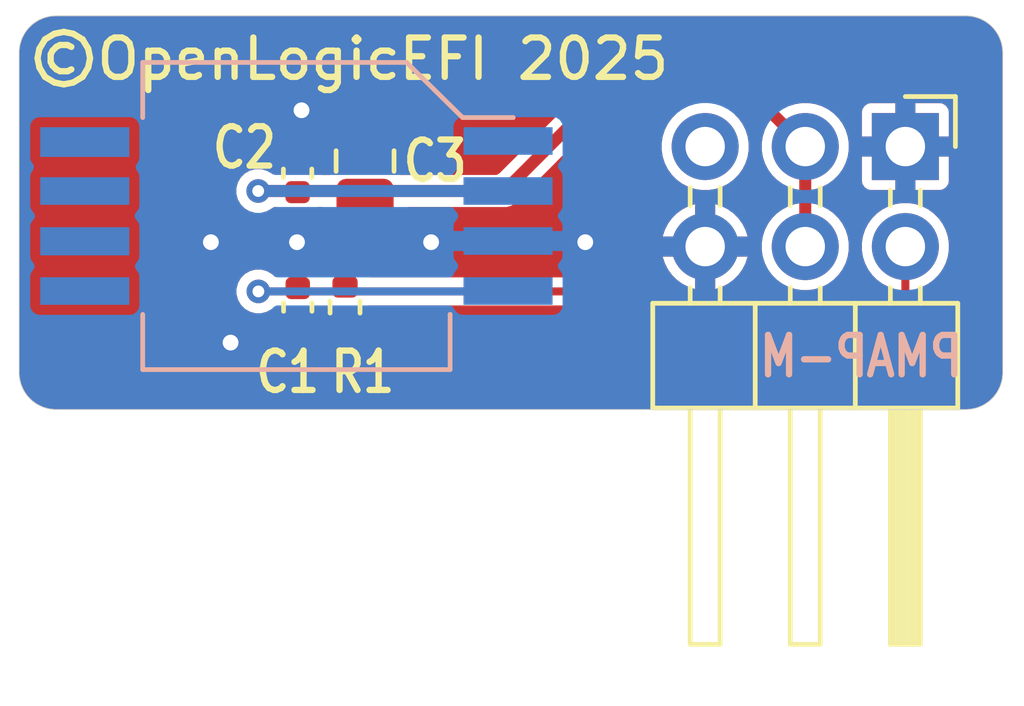
<source format=kicad_pcb>
(kicad_pcb (version 20241229) (generator "pcbnew") (generator_version "9.0")
  (layers (0 "F.Cu" mixed "Front") (2 "B.Cu" mixed "Back") (13 "F.Paste" user) (15 "B.Paste" user) (5 "F.SilkS" user "F.Silkscreen") (7 "B.SilkS" user "B.Silkscreen") (1 "F.Mask" user) (3 "B.Mask" user) (25 "Edge.Cuts" user))
  (net 0 "")
  (net 1 "MapOut")
  (net 2 "GND")
  (net 9 "+5V")
  (footprint "Capacitor_SMD:C_0402_1005Metric" (layer "F.Cu") (at 145.104 107.7468 -90)
    (property "Reference" "C1" (at 1.651 0.254 0) (layer "F.SilkS") (effects (font (size 1 0.8) (thickness 0.16))))
    (property "Value" "47pF")
    (fp_line (start -0.107836 0.36) (end 0.107836 0.36) (stroke (width 0.12)) (layer "F.SilkS"))
    (fp_line (start -0.107836 -0.36) (end 0.107836 -0.36) (stroke (width 0.12)) (layer "F.SilkS"))
    (pad "1" smd roundrect (at -0.48 0 270) (size 0.56 0.62) (layers "F.Cu" "F.Mask" "F.Paste") (net 1 "MapOut"))
    (pad "2" smd roundrect (at 0.48 0 270) (size 0.56 0.62) (layers "F.Cu" "F.Mask" "F.Paste") (net 2 "GND"))
  )
  (footprint "Connector_PinHeader_2.54mm:PinHeader_2x03_P2.54mm_Horizontal" (layer "F.Cu") (at 160.522076 103.6716 -90)
    (property "Reference" "J1" (hide yes))
    (property "Value" "Conn_02x03_Odd_Even")
    (fp_line (start 3.98 6.41) (end 6.64 6.41) (stroke (width 0.12)) (layer "F.SilkS"))
    (fp_line (start 6.64 6.41) (end 6.64 -1.33) (stroke (width 0.12)) (layer "F.SilkS"))
    (fp_line (start 1.042929 5.46) (end 1.497071 5.46) (stroke (width 0.12)) (layer "F.SilkS"))
    (fp_line (start 3.582929 5.46) (end 3.98 5.46) (stroke (width 0.12)) (layer "F.SilkS"))
    (fp_line (start 12.64 5.46) (end 6.64 5.46) (stroke (width 0.12)) (layer "F.SilkS"))
    (fp_line (start 1.042929 4.7) (end 1.497071 4.7) (stroke (width 0.12)) (layer "F.SilkS"))
    (fp_line (start 3.582929 4.7) (end 3.98 4.7) (stroke (width 0.12)) (layer "F.SilkS"))
    (fp_line (start 6.64 4.7) (end 12.64 4.7) (stroke (width 0.12)) (layer "F.SilkS"))
    (fp_line (start 12.64 4.7) (end 12.64 5.46) (stroke (width 0.12)) (layer "F.SilkS"))
    (fp_line (start 3.98 3.81) (end 6.64 3.81) (stroke (width 0.12)) (layer "F.SilkS"))
    (fp_line (start 1.042929 2.92) (end 1.497071 2.92) (stroke (width 0.12)) (layer "F.SilkS"))
    (fp_line (start 3.582929 2.92) (end 3.98 2.92) (stroke (width 0.12)) (layer "F.SilkS"))
    (fp_line (start 12.64 2.92) (end 6.64 2.92) (stroke (width 0.12)) (layer "F.SilkS"))
    (fp_line (start 1.042929 2.16) (end 1.497071 2.16) (stroke (width 0.12)) (layer "F.SilkS"))
    (fp_line (start 3.582929 2.16) (end 3.98 2.16) (stroke (width 0.12)) (layer "F.SilkS"))
    (fp_line (start 6.64 2.16) (end 12.64 2.16) (stroke (width 0.12)) (layer "F.SilkS"))
    (fp_line (start 12.64 2.16) (end 12.64 2.92) (stroke (width 0.12)) (layer "F.SilkS"))
    (fp_line (start 3.98 1.27) (end 6.64 1.27) (stroke (width 0.12)) (layer "F.SilkS"))
    (fp_line (start 1.11 0.38) (end 1.497071 0.38) (stroke (width 0.12)) (layer "F.SilkS"))
    (fp_line (start 3.582929 0.38) (end 3.98 0.38) (stroke (width 0.12)) (layer "F.SilkS"))
    (fp_line (start 12.64 0.38) (end 6.64 0.38) (stroke (width 0.12)) (layer "F.SilkS"))
    (fp_line (start 6.64 0.28) (end 12.64 0.28) (stroke (width 0.12)) (layer "F.SilkS"))
    (fp_line (start 6.64 0.16) (end 12.64 0.16) (stroke (width 0.12)) (layer "F.SilkS"))
    (fp_line (start 6.64 0.04) (end 12.64 0.04) (stroke (width 0.12)) (layer "F.SilkS"))
    (fp_line (start -1.27 0) (end -1.27 -1.27) (stroke (width 0.12)) (layer "F.SilkS"))
    (fp_line (start 6.64 -0.08) (end 12.64 -0.08) (stroke (width 0.12)) (layer "F.SilkS"))
    (fp_line (start 6.64 -0.2) (end 12.64 -0.2) (stroke (width 0.12)) (layer "F.SilkS"))
    (fp_line (start 6.64 -0.32) (end 12.64 -0.32) (stroke (width 0.12)) (layer "F.SilkS"))
    (fp_line (start 1.11 -0.38) (end 1.497071 -0.38) (stroke (width 0.12)) (layer "F.SilkS"))
    (fp_line (start 3.582929 -0.38) (end 3.98 -0.38) (stroke (width 0.12)) (layer "F.SilkS"))
    (fp_line (start 6.64 -0.38) (end 12.64 -0.38) (stroke (width 0.12)) (layer "F.SilkS"))
    (fp_line (start 12.64 -0.38) (end 12.64 0.38) (stroke (width 0.12)) (layer "F.SilkS"))
    (fp_line (start -1.27 -1.27) (end 0 -1.27) (stroke (width 0.12)) (layer "F.SilkS"))
    (fp_line (start 3.98 -1.33) (end 3.98 6.41) (stroke (width 0.12)) (layer "F.SilkS"))
    (fp_line (start 6.64 -1.33) (end 3.98 -1.33) (stroke (width 0.12)) (layer "F.SilkS"))
    (pad "1" thru_hole rect (at 0 0 270) (size 1.7 1.7) (drill 1) (layers "*.Cu" "*.Mask") (net 2 "GND"))
    (pad "2" thru_hole oval (at 2.54 0 270) (size 1.7 1.7) (drill 1) (layers "*.Cu" "*.Mask") (net 1 "MapOut"))
    (pad "3" thru_hole oval (at 0 2.54 270) (size 1.7 1.7) (drill 1) (layers "*.Cu" "*.Mask") (net 9 "+5V"))
    (pad "4" thru_hole oval (at 2.54 2.54 270) (size 1.7 1.7) (drill 1) (layers "*.Cu" "*.Mask") (net 9 "+5V"))
    (pad "5" thru_hole oval (at 0 5.08 270) (size 1.7 1.7) (drill 1) (layers "*.Cu" "*.Mask"))
    (pad "6" thru_hole oval (at 2.54 5.08 270) (size 1.7 1.7) (drill 1) (layers "*.Cu" "*.Mask") (net 2 "GND"))
  )
  (footprint "Capacitor_SMD:C_0402_1005Metric" (layer "F.Cu") (at 145.1 104.35 90)
    (property "Reference" "C2" (at 0.65 -1.35 180) (layer "F.SilkS") (effects (font (size 1 0.8) (thickness 0.16))))
    (property "Value" "100nF")
    (fp_line (start -0.107836 -0.36) (end 0.107836 -0.36) (stroke (width 0.12)) (layer "F.SilkS"))
    (fp_line (start -0.107836 0.36) (end 0.107836 0.36) (stroke (width 0.12)) (layer "F.SilkS"))
    (pad "1" smd roundrect (at -0.48 0 90) (size 0.56 0.62) (layers "F.Cu" "F.Mask" "F.Paste") (net 9 "+5V"))
    (pad "2" smd roundrect (at 0.48 0 90) (size 0.56 0.62) (layers "F.Cu" "F.Mask" "F.Paste") (net 2 "GND"))
  )
  (footprint "Capacitor_SMD:C_0805_2012Metric" (layer "F.Cu") (at 146.812 104.0384 90)
    (property "Reference" "C3" (at 0 1.778 180) (layer "F.SilkS") (effects (font (size 1 0.8) (thickness 0.16) (bold yes))))
    (property "Value" "1u")
    (fp_line (start -0.261252 -0.735) (end 0.261252 -0.735) (stroke (width 0.12)) (layer "F.SilkS"))
    (fp_line (start -0.261252 0.735) (end 0.261252 0.735) (stroke (width 0.12)) (layer "F.SilkS"))
    (pad "1" smd roundrect (at -0.95 0 90) (size 1 1.45) (layers "F.Cu" "F.Mask" "F.Paste") (net 9 "+5V"))
    (pad "2" smd roundrect (at 0.95 0 90) (size 1 1.45) (layers "F.Cu" "F.Mask" "F.Paste") (net 2 "GND"))
  )
  (footprint "Resistor_SMD:R_0402_1005Metric" (layer "F.Cu") (at 146.304 107.7468 90)
    (property "Reference" "R1" (at -1.651 0.451 0) (layer "F.SilkS") (effects (font (size 1 0.8) (thickness 0.16))))
    (property "Value" "51k")
    (fp_line (start -0.153641 -0.38) (end 0.153641 -0.38) (stroke (width 0.12)) (layer "F.SilkS"))
    (fp_line (start -0.153641 0.38) (end 0.153641 0.38) (stroke (width 0.12)) (layer "F.SilkS"))
    (pad "1" smd roundrect (at -0.509999 0 90) (size 0.54 0.64) (layers "F.Cu" "F.Mask" "F.Paste") (net 2 "GND"))
    (pad "2" smd roundrect (at 0.509999 0 90) (size 0.54 0.64) (layers "F.Cu" "F.Mask" "F.Paste") (net 1 "MapOut"))
  )
  (footprint "Detonation:MPXHxxx_Handsoldering" (layer "B.Cu") (at 145.06995 105.435 180)
    (property "Reference" "IC1" (hide yes))
    (property "Value" "MPXH6400a" (hide yes))
    (fp_line (start 3.9 3.9) (end -2.794 3.9) (stroke (width 0.12)) (layer "B.SilkS"))
    (fp_line (start 3.9 2.5) (end 3.9 3.9) (stroke (width 0.12)) (layer "B.SilkS"))
    (fp_line (start 3.9 -2.5) (end 3.9 -3.9) (stroke (width 0.12)) (layer "B.SilkS"))
    (fp_line (start 3.9 -3.9) (end -3.9 -3.9) (stroke (width 0.12)) (layer "B.SilkS"))
    (fp_line (start -2.794 3.9) (end -4.2164 2.5) (stroke (width 0.12)) (layer "B.SilkS"))
    (fp_line (start -3.9 -2.5) (end -3.9 -2.5) (stroke (width 0.12)) (layer "B.SilkS"))
    (fp_line (start -3.9 -3.9) (end -3.9 -2.5) (stroke (width 0.12)) (layer "B.SilkS"))
    (fp_line (start -4.2164 2.5) (end -5.5 2.5) (stroke (width 0.12)) (layer "B.SilkS"))
    (fp_line (start -5.5 2.5) (end -5.5 2.5) (stroke (width 0.12)) (layer "B.SilkS"))
    (pad "1" smd rect (at -5.36995 1.905 180) (size 2.2601 0.7) (layers "B.Cu" "B.Mask" "B.Paste"))
    (pad "2" smd rect (at -5.36995 0.635 180) (size 2.2601 0.7) (layers "B.Cu" "B.Mask" "B.Paste") (net 9 "+5V"))
    (pad "3" smd rect (at -5.36995 -0.635 180) (size 2.2601 0.7) (layers "B.Cu" "B.Mask" "B.Paste") (net 2 "GND"))
    (pad "4" smd rect (at -5.36995 -1.905 180) (size 2.2601 0.7) (layers "B.Cu" "B.Mask" "B.Paste") (net 1 "MapOut"))
    (pad "5" smd rect (at 5.36995 -1.905 180) (size 2.2601 0.7) (layers "B.Cu" "B.Mask" "B.Paste"))
    (pad "6" smd rect (at 5.36995 -0.6425 180) (size 2.2601 0.715) (layers "B.Cu" "B.Mask" "B.Paste"))
    (pad "7" smd rect (at 5.36995 0.635 180) (size 2.2601 0.7) (layers "B.Cu" "B.Mask" "B.Paste"))
    (pad "8" smd rect (at 5.36995 1.8775 180) (size 2.2601 0.755) (layers "B.Cu" "B.Mask" "B.Paste"))
  )
  (gr_arc (start 138.032676 101.2644) (mid 138.325898 100.607301) (end 138.997876 100.35) (stroke (width 0.02)) (layer "Edge.Cuts"))
  (gr_arc (start 162.080126 100.35) (mid 162.737225 100.643222) (end 162.994526 101.3152) (stroke (width 0.02)) (layer "Edge.Cuts"))
  (gr_line (start 162.029326 110.35) (end 138.947076 110.35) (stroke (width 0.02)) (layer "Edge.Cuts"))
  (gr_line (start 138.032676 109.3848) (end 138.032676 101.2644) (stroke (width 0.02)) (layer "Edge.Cuts"))
  (gr_line (start 162.080126 100.35) (end 138.997876 100.35) (stroke (width 0.02)) (layer "Edge.Cuts"))
  (gr_arc (start 162.994526 109.4356) (mid 162.701304 110.092699) (end 162.029326 110.35) (stroke (width 0.02)) (layer "Edge.Cuts"))
  (gr_line (start 162.994526 109.4356) (end 162.994526 101.3152) (stroke (width 0.02)) (layer "Edge.Cuts"))
  (gr_arc (start 138.947076 110.35) (mid 138.289977 110.056778) (end 138.032676 109.3848) (stroke (width 0.02)) (layer "Edge.Cuts"))
  (gr_text "©OpenLogicEFI 2025" (at 146.4056 101.4476 0) (layer "F.SilkS") (effects (font (size 1 1) (thickness 0.16))))
  (gr_text "PMAP-M" (at 159.4 109 0) (layer "B.SilkS") (effects (font (size 1 0.8) (thickness 0.16)) (justify mirror)))
  (segment (start 160.187076 108.11) (end 160.522076 107.775) (width 0.2032) (layer "F.Cu") (net 1))
  (segment (start 144.105 107.35) (end 152.817076 107.35) (width 0.2032) (layer "F.Cu") (net 1))
  (segment (start 153.577076 108.11) (end 160.187076 108.11) (width 0.2032) (layer "F.Cu") (net 1))
  (segment (start 160.522076 107.775) (end 160.522076 106.2116) (width 0.2032) (layer "F.Cu") (net 1))
  (segment (start 152.817076 107.35) (end 153.577076 108.11) (width 0.2032) (layer "F.Cu") (net 1))
  (via (at 144.105 107.35) (size 0.6) (drill 0.3) (layers "F.Cu" "B.Cu") (net 1))
  (segment (start 144.105 107.35) (end 150.562026 107.35) (width 0.2032) (layer "B.Cu") (net 1))
  (segment (start 150.562026 107.35) (end 150.567026 107.355) (width 0.2032) (layer "B.Cu") (net 1))
  (via (at 142.9 106.1) (size 0.7) (drill 0.4) (layers "F.Cu" "B.Cu") (net 2))
  (via (at 145.0848 106.1) (size 0.7) (drill 0.4) (layers "F.Cu" "B.Cu") (net 2))
  (via (at 143.4 108.65) (size 0.7) (drill 0.4) (layers "F.Cu" "B.Cu") (net 2))
  (via (at 145.2 102.75) (size 0.7) (drill 0.4) (layers "F.Cu" "B.Cu") (net 2))
  (via (at 152.4 106.1) (size 0.7) (drill 0.4) (layers "F.Cu" "B.Cu") (net 2))
  (via (at 148.4884 106.1) (size 0.7) (drill 0.4) (layers "F.Cu" "B.Cu") (net 2))
  (segment (start 151.35 103.8) (end 150.35 104.8) (width 0.3048) (layer "F.Cu") (net 9))
  (segment (start 157.982076 103.6716) (end 156.560476 102.25) (width 0.3048) (layer "F.Cu") (net 9))
  (segment (start 157.982076 103.6716) (end 157.982076 106.2116) (width 0.3048) (layer "F.Cu") (net 9))
  (segment (start 152.897076 102.25) (end 151.35 103.797076) (width 0.3048) (layer "F.Cu") (net 9))
  (segment (start 150.35 104.8) (end 144.1 104.8) (width 0.3048) (layer "F.Cu") (net 9))
  (segment (start 156.560476 102.25) (end 152.897076 102.25) (width 0.3048) (layer "F.Cu") (net 9))
  (segment (start 151.35 103.797076) (end 151.35 103.8) (width 0.3048) (layer "F.Cu") (net 9))
  (via (at 144.1 104.8) (size 0.6) (drill 0.3) (layers "F.Cu" "B.Cu") (net 9))
  (segment (start 144.1 104.8) (end 150.552026 104.8) (width 0.3048) (layer "B.Cu") (net 9))
  (segment (start 150.552026 104.8) (end 150.567026 104.815) (width 0.3048) (layer "B.Cu") (net 9))
  (zone (net 2) (net_name "GND") (layer "F.Cu") (connect_pads (clearance 0.254)) (min_thickness 0.254) (fill yes (thermal_gap 0.254) (thermal_bridge_width 0.508))
    (polygon (pts (xy 137.55 99.95) (xy 137.548476 110.74) (xy 163.55 110.74) (xy 163.5 99.95)))
  )
  (zone (net 2) (net_name "GND") (layer "B.Cu") (connect_pads (clearance 0.254)) (min_thickness 0.254) (fill yes (thermal_gap 0.254) (thermal_bridge_width 0.508))
    (polygon (pts (xy 137.55 99.988) (xy 137.55 110.75) (xy 163.55 110.74) (xy 163.5 100)))
  )
)
</source>
